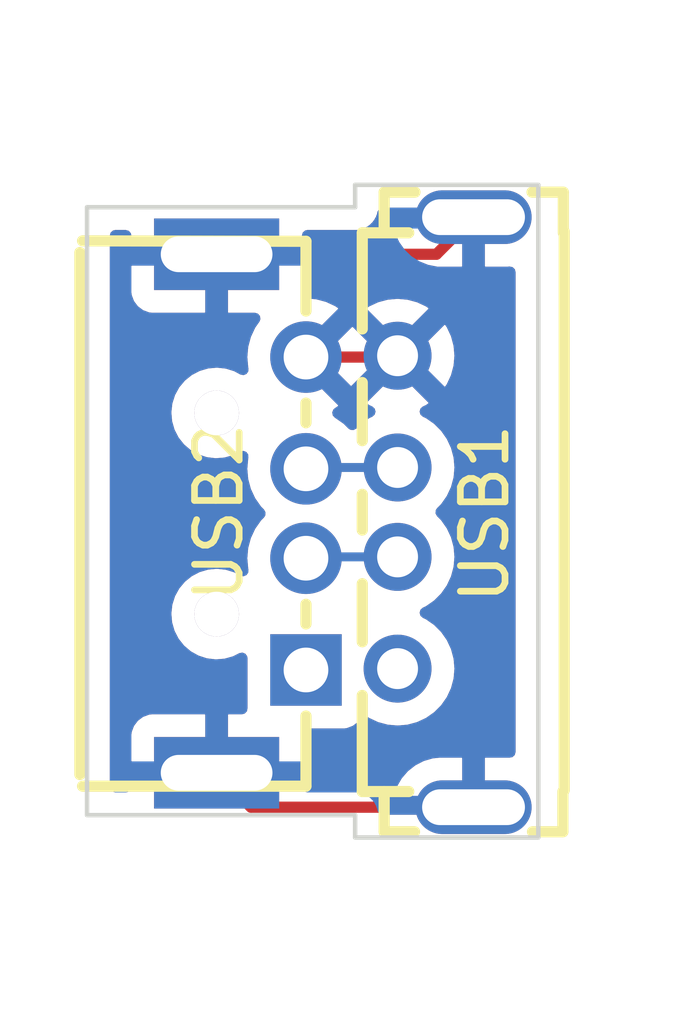
<source format=kicad_pcb>
(kicad_pcb (version 20211014) (generator pcbnew)
  (layers (0 "F.Cu" signal) (31 "B.Cu" signal) (34 "B.Paste" user) (35 "F.Paste" user) (36 "B.SilkS" user "B.Silkscreen") (37 "F.SilkS" user "F.Silkscreen") (38 "B.Mask" user) (39 "F.Mask" user) (44 "Edge.Cuts" user))
  (net 0 "")
  (net 1 "GND")
  (net 3 "/D-")
  (net 4 "/D+")
  (net 5 "unconnected-(USB2-Pad1)")
  (footprint "lib:USB-A-TH_U-G-04WD-W-01" (layer "F.Cu") (at 127.6 85.3525 -90)
    (fp_text reference "USB1" (at 0 -5 90) (layer "F.SilkS"))
    (fp_text value "U-G-04DD-W-01")
    (fp_line (start -6.09 -1) (end -6.1 4) (layer "F.SilkS") (width 0.25))
    (fp_line (start -2.47 -1) (end -2.03 -1) (layer "F.SilkS") (width 0.25))
    (fp_line (start -5.84 4.06) (end 5.84 4.06) (layer "F.SilkS") (width 0.25))
    (fp_line (start 4.53 -1) (end 6.1 -1) (layer "F.SilkS") (width 0.25))
    (fp_line (start -6.09 -1) (end -4.53 -1) (layer "F.SilkS") (width 0.25))
    (fp_line (start 2.03 -1) (end 2.47 -1) (layer "F.SilkS") (width 0.25))
    (fp_line (start 6.1 4) (end 6.1 -1) (layer "F.SilkS") (width 0.25))
    (pad "" thru_hole circle (at 2.25 1 270) (size 1 1) (drill 1) (layers *.Cu *.Mask))
    (pad "" thru_hole circle (at -2.25 1 270) (size 1 1) (drill 1) (layers *.Cu *.Mask))
    (pad "1" thru_hole rect (at 3.5 -1 270) (size 1.6 1.6) (drill 0.999998) (layers *.Cu *.Paste *.Mask))
    (pad "2" thru_hole circle (at 1 -1 270) (size 1.6 1.6) (drill 0.999998) (layers *.Cu *.Paste *.Mask) (net 3 "/D-"))
    (pad "3" thru_hole circle (at -1 -1 270) (size 1.6 1.6) (drill 0.999998) (layers *.Cu *.Paste *.Mask) (net 4 "/D+"))
    (pad "4" thru_hole circle (at -3.5 -1 270) (size 1.6 1.6) (drill 0.999998) (layers *.Cu *.Paste *.Mask) (net 1 "GND"))
    (pad "5" thru_hole rect (at 5.8 1 270) (size 1.6 2.8) (drill oval 0.799998 2.499995) (layers *.Cu *.Paste *.Mask) (net 1 "GND"))
    (pad "6" thru_hole rect (at -5.8 1 270) (size 1.6 2.8) (drill oval 0.799998 2.499995) (layers *.Cu *.Paste *.Mask) (net 1 "GND"))
  )
  (footprint "lib:USB-A-TH_USB-M-40" (layer "F.Cu") (at 131.5 85.3225 90)
    (fp_text reference "USB2" (at 0 -4.85 90) (layer "F.SilkS"))
    (fp_text value "A_F90PBTWhiteplastic_C42615")
    (fp_line (start -2.9 -1.64) (end -1.6 -1.64) (layer "F.SilkS") (width 0.25))
    (fp_line (start -7.15 2.17) (end -7.15 2.85) (layer "F.SilkS") (width 0.25))
    (fp_line (start -7.15 -1.15) (end -7.15 -0.47) (layer "F.SilkS") (width 0.25))
    (fp_line (start -6.25 -0.6) (end -6.25 -1.64) (layer "F.SilkS") (width 0.25))
    (fp_line (start 7.16 -1.15) (end 7.16 -0.46) (layer "F.SilkS") (width 0.25))
    (fp_line (start 7.16 2.16) (end 7.16 2.86) (layer "F.SilkS") (width 0.25))
    (fp_line (start -6.22 2.88) (end 6.28 2.88) (layer "F.SilkS") (width 0.25))
    (fp_line (start -7.15 -1.15) (end -6.25 -1.15) (layer "F.SilkS") (width 0.25))
    (fp_line (start -6.25 2.85) (end -7.15 2.85) (layer "F.SilkS") (width 0.25))
    (fp_line (start 1.6 -1.64) (end 2.9 -1.64) (layer "F.SilkS") (width 0.25))
    (fp_line (start 6.26 -1.15) (end 7.16 -1.15) (layer "F.SilkS") (width 0.25))
    (fp_line (start 6.25 -0.6) (end 6.25 -1.64) (layer "F.SilkS") (width 0.25))
    (fp_line (start 6.25 2.86) (end 7.15 2.86) (layer "F.SilkS") (width 0.25))
    (fp_line (start -6.25 -1.64) (end -4.1 -1.64) (layer "F.SilkS") (width 0.25))
    (fp_line (start 4.1 -1.64) (end 6.25 -1.64) (layer "F.SilkS") (width 0.25))
    (fp_line (start -0.4 -1.64) (end 0.4 -1.64) (layer "F.SilkS") (width 0.25))
    (pad "1" thru_hole circle (at -3.5 -0.85 90) (size 1.52 1.52) (drill 0.9144) (layers *.Cu *.Paste *.Mask) (net 5 "unconnected-(USB2-Pad1)"))
    (pad "2" thru_hole circle (at -1 -0.85 90) (size 1.52 1.52) (drill 0.9144) (layers *.Cu *.Paste *.Mask) (net 3 "/D-"))
    (pad "3" thru_hole circle (at 1 -0.85 90) (size 1.52 1.52) (drill 0.9144) (layers *.Cu *.Paste *.Mask) (net 4 "/D+"))
    (pad "4" thru_hole circle (at 3.5 -0.85 90) (size 1.52 1.52) (drill 0.9144) (layers *.Cu *.Paste *.Mask) (net 1 "GND"))
    (pad "5" thru_hole oval (at 6.6 0.85 180) (size 2.6 1.2) (drill oval 2.301138 0.799998) (layers *.Cu *.Paste *.Mask) (net 1 "GND"))
    (pad "6" thru_hole oval (at -6.6 0.85) (size 2.6 1.2) (drill oval 2.301138 0.799998) (layers *.Cu *.Paste *.Mask) (net 1 "GND"))
  )
  (gr_line (start 133.8 78) (end 129.7 78) (layer "Edge.Cuts") (width 0.1))
  (gr_line (start 129.7 92.6) (end 133.8 92.6) (layer "Edge.Cuts") (width 0.1))
  (gr_line (start 129.7 78.5) (end 123.7 78.5) (layer "Edge.Cuts") (width 0.1))
  (gr_line (start 129.7 92.6) (end 129.7 92.1) (layer "Edge.Cuts") (width 0.1))
  (gr_line (start 129.7 92.1) (end 123.7 92.1) (layer "Edge.Cuts") (width 0.1))
  (gr_line (start 129.7 78) (end 129.7 78.5) (layer "Edge.Cuts") (width 0.1))
  (gr_line (start 123.7 78.5) (end 123.7 92.1) (layer "Edge.Cuts") (width 0.1))
  (gr_line (start 133.8 92.6) (end 133.8 78) (layer "Edge.Cuts") (width 0.1))
  (segment (start 132.35 83.5225) (end 132.35 91.9225) (width 0.25) (layer "F.Cu") (net 1))
  (segment (start 132.35 91.9225) (end 127.37 91.9225) (width 0.25) (layer "F.Cu") (net 1))
  (segment (start 131.52 79.5525) (end 132.35 78.7225) (width 0.25) (layer "F.Cu") (net 1))
  (segment (start 130.65 81.8225) (end 132.35 80.1225) (width 0.25) (layer "F.Cu") (net 1))
  (segment (start 126.6 79.5525) (end 131.52 79.5525) (width 0.25) (layer "F.Cu") (net 1))
  (segment (start 132.35 80.1225) (end 132.35 78.7225) (width 0.25) (layer "F.Cu") (net 1))
  (segment (start 128.6 81.8525) (end 130.62 81.8525) (width 0.25) (layer "F.Cu") (net 1))
  (segment (start 127.37 91.9225) (end 126.6 91.1525) (width 0.25) (layer "F.Cu") (net 1))
  (segment (start 130.62 81.8525) (end 130.65 81.8225) (width 0.25) (layer "F.Cu") (net 1))
  (segment (start 130.65 81.8225) (end 132.35 83.5225) (width 0.25) (layer "F.Cu") (net 1))
  (segment (start 130.65 86.3225) (end 128.63 86.3225) (width 0.2) (layer "B.Cu") (net 3))
  (segment (start 128.63 86.3225) (end 128.6 86.3525) (width 0.2) (layer "B.Cu") (net 3))
  (segment (start 130.65 84.3225) (end 128.63 84.3225) (width 0.2) (layer "B.Cu") (net 4))
  (segment (start 128.63 84.3225) (end 128.6 84.3525) (width 0.2) (layer "B.Cu") (net 4))
  (segment (start 130.62 88.8525) (end 130.65 88.8225) (width 0.25) (layer "B.Cu") (net 5))
  (zone (net 1) (net_name "GND") (layer "F.Cu") (connect_pads (clearance 0.508)) (min_thickness 0.254) (fill yes (thermal_gap 0.508) (thermal_bridge_width 0.508))
    (polygon (pts (xy 134.5 92.8) (xy 122.8 92.7) (xy 123 77.2) (xy 134.4 77.2)))
  )
  (zone (net 1) (net_name "GND") (layer "B.Cu") (connect_pads (clearance 0.508)) (min_thickness 0.254) (fill yes (thermal_gap 0.508) (thermal_bridge_width 0.508))
    (polygon (pts (xy 134.8 93.1) (xy 123.3 93.1) (xy 123.3 77.6) (xy 134.8 77.6)))
  )
)
</source>
